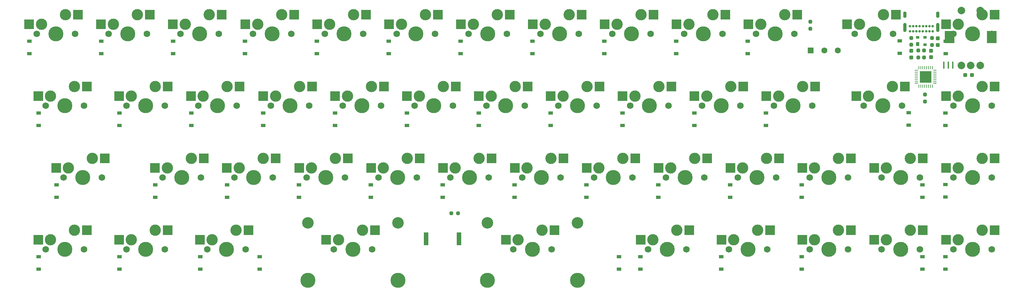
<source format=gbs>
G04 #@! TF.GenerationSoftware,KiCad,Pcbnew,(6.0.1)*
G04 #@! TF.CreationDate,2022-02-08T20:19:43+09:00*
G04 #@! TF.ProjectId,PCB_design_try,5043425f-6465-4736-9967-6e5f7472792e,rev?*
G04 #@! TF.SameCoordinates,Original*
G04 #@! TF.FileFunction,Soldermask,Bot*
G04 #@! TF.FilePolarity,Negative*
%FSLAX46Y46*%
G04 Gerber Fmt 4.6, Leading zero omitted, Abs format (unit mm)*
G04 Created by KiCad (PCBNEW (6.0.1)) date 2022-02-08 20:19:43*
%MOMM*%
%LPD*%
G01*
G04 APERTURE LIST*
G04 Aperture macros list*
%AMRoundRect*
0 Rectangle with rounded corners*
0 $1 Rounding radius*
0 $2 $3 $4 $5 $6 $7 $8 $9 X,Y pos of 4 corners*
0 Add a 4 corners polygon primitive as box body*
4,1,4,$2,$3,$4,$5,$6,$7,$8,$9,$2,$3,0*
0 Add four circle primitives for the rounded corners*
1,1,$1+$1,$2,$3*
1,1,$1+$1,$4,$5*
1,1,$1+$1,$6,$7*
1,1,$1+$1,$8,$9*
0 Add four rect primitives between the rounded corners*
20,1,$1+$1,$2,$3,$4,$5,0*
20,1,$1+$1,$4,$5,$6,$7,0*
20,1,$1+$1,$6,$7,$8,$9,0*
20,1,$1+$1,$8,$9,$2,$3,0*%
G04 Aperture macros list end*
%ADD10C,3.000000*%
%ADD11C,3.987800*%
%ADD12C,1.750000*%
%ADD13R,2.550000X2.500000*%
%ADD14C,3.048000*%
%ADD15R,0.400000X1.900000*%
%ADD16C,0.650000*%
%ADD17O,0.900000X1.700000*%
%ADD18O,0.900000X2.400000*%
%ADD19RoundRect,0.250000X-0.550000X-0.550000X0.550000X-0.550000X0.550000X0.550000X-0.550000X0.550000X0*%
%ADD20C,1.600000*%
%ADD21C,2.000000*%
%ADD22R,2.500000X3.200000*%
%ADD23RoundRect,0.050000X0.350000X-0.500000X0.350000X0.500000X-0.350000X0.500000X-0.350000X-0.500000X0*%
%ADD24RoundRect,0.050000X0.350000X-0.300000X0.350000X0.300000X-0.350000X0.300000X-0.350000X-0.300000X0*%
%ADD25R,1.200000X0.900000*%
%ADD26RoundRect,0.237500X-0.237500X0.250000X-0.237500X-0.250000X0.237500X-0.250000X0.237500X0.250000X0*%
%ADD27RoundRect,0.237500X-0.237500X0.287500X-0.237500X-0.287500X0.237500X-0.287500X0.237500X0.287500X0*%
%ADD28RoundRect,0.237500X0.237500X-0.250000X0.237500X0.250000X-0.237500X0.250000X-0.237500X-0.250000X0*%
%ADD29RoundRect,0.237500X-0.237500X0.300000X-0.237500X-0.300000X0.237500X-0.300000X0.237500X0.300000X0*%
%ADD30RoundRect,0.062500X0.375000X0.062500X-0.375000X0.062500X-0.375000X-0.062500X0.375000X-0.062500X0*%
%ADD31RoundRect,0.062500X0.062500X0.375000X-0.062500X0.375000X-0.062500X-0.375000X0.062500X-0.375000X0*%
%ADD32R,3.100000X3.100000*%
%ADD33RoundRect,0.237500X0.237500X-0.300000X0.237500X0.300000X-0.237500X0.300000X-0.237500X-0.300000X0*%
%ADD34R,1.300000X3.400000*%
%ADD35RoundRect,0.237500X-0.300000X-0.237500X0.300000X-0.237500X0.300000X0.237500X-0.300000X0.237500X0*%
%ADD36RoundRect,0.237500X-0.250000X-0.237500X0.250000X-0.237500X0.250000X0.237500X-0.250000X0.237500X0*%
G04 APERTURE END LIST*
D10*
X112215000Y-78228750D03*
D11*
X109675000Y-83308750D03*
D10*
X105865000Y-80768750D03*
D12*
X104595000Y-83308750D03*
X114755000Y-83308750D03*
D13*
X102590000Y-80768750D03*
X115517000Y-78228750D03*
D14*
X121613000Y-76323750D03*
X97737000Y-76323750D03*
D11*
X121613000Y-91563750D03*
X97737000Y-91563750D03*
D15*
X267483750Y-34473750D03*
X266283750Y-34473750D03*
X268683750Y-34473750D03*
D16*
X257375000Y-25456250D03*
X258225000Y-25456250D03*
X259075000Y-25456250D03*
X259925000Y-25456250D03*
X260775000Y-25456250D03*
X261625000Y-25456250D03*
X262475000Y-25456250D03*
X263325000Y-25456250D03*
X263330000Y-24131250D03*
X262480000Y-24131250D03*
X261630000Y-24131250D03*
X260780000Y-24131250D03*
X259930000Y-24131250D03*
X259080000Y-24131250D03*
X258230000Y-24131250D03*
X257375000Y-24131250D03*
D17*
X264675000Y-21096250D03*
D18*
X264675000Y-24476250D03*
X256025000Y-24476250D03*
D17*
X256025000Y-21096250D03*
D19*
X231026250Y-30553750D03*
D20*
X234626250Y-30553750D03*
X238226250Y-30553750D03*
D10*
X159840000Y-78228750D03*
D11*
X157300000Y-83308750D03*
D10*
X153490000Y-80768750D03*
D12*
X152220000Y-83308750D03*
X162380000Y-83308750D03*
D13*
X150215000Y-80768750D03*
X163142000Y-78228750D03*
D14*
X169238000Y-76323750D03*
X145362000Y-76323750D03*
D11*
X169238000Y-91563750D03*
X145362000Y-91563750D03*
D10*
X147933750Y-21078750D03*
D11*
X145393750Y-26158750D03*
D10*
X141583750Y-23618750D03*
D12*
X140313750Y-26158750D03*
X150473750Y-26158750D03*
D13*
X138308750Y-23618750D03*
X151235750Y-21078750D03*
D21*
X270946250Y-34513750D03*
X273446250Y-34513750D03*
X275946250Y-34513750D03*
D22*
X267846250Y-27013750D03*
X279046250Y-27013750D03*
D21*
X270946250Y-20013750D03*
X275946250Y-20013750D03*
D10*
X257471250Y-78263750D03*
D11*
X254931250Y-83343750D03*
D10*
X251121250Y-80803750D03*
D12*
X249851250Y-83343750D03*
X260011250Y-83343750D03*
D13*
X247846250Y-80803750D03*
X260773250Y-78263750D03*
D10*
X257471250Y-59178750D03*
D11*
X254931250Y-64258750D03*
D10*
X251121250Y-61718750D03*
D12*
X249851250Y-64258750D03*
X260011250Y-64258750D03*
D13*
X247846250Y-61718750D03*
X260773250Y-59178750D03*
X256010750Y-40128750D03*
X243083750Y-42668750D03*
D12*
X255248750Y-45208750D03*
X245088750Y-45208750D03*
D10*
X246358750Y-42668750D03*
D11*
X250168750Y-45208750D03*
D10*
X252708750Y-40128750D03*
X250327500Y-21078750D03*
D11*
X247787500Y-26158750D03*
D10*
X243977500Y-23618750D03*
D12*
X242707500Y-26158750D03*
X252867500Y-26158750D03*
D13*
X240702500Y-23618750D03*
X253629500Y-21078750D03*
D10*
X228896250Y-40128750D03*
D11*
X226356250Y-45208750D03*
D10*
X222546250Y-42668750D03*
D12*
X221276250Y-45208750D03*
X231436250Y-45208750D03*
D13*
X219271250Y-42668750D03*
X232198250Y-40128750D03*
D10*
X216990000Y-78228750D03*
D11*
X214450000Y-83308750D03*
D10*
X210640000Y-80768750D03*
D12*
X209370000Y-83308750D03*
X219530000Y-83308750D03*
D13*
X207365000Y-80768750D03*
X220292000Y-78228750D03*
D10*
X190796250Y-40128750D03*
D11*
X188256250Y-45208750D03*
D10*
X184446250Y-42668750D03*
D12*
X183176250Y-45208750D03*
X193336250Y-45208750D03*
D13*
X181171250Y-42668750D03*
X194098250Y-40128750D03*
D10*
X166983750Y-21078750D03*
D11*
X164443750Y-26158750D03*
D10*
X160633750Y-23618750D03*
D12*
X159363750Y-26158750D03*
X169523750Y-26158750D03*
D13*
X157358750Y-23618750D03*
X170285750Y-21078750D03*
D10*
X109833750Y-21078750D03*
D11*
X107293750Y-26158750D03*
D10*
X103483750Y-23618750D03*
D12*
X102213750Y-26158750D03*
X112373750Y-26158750D03*
D13*
X100208750Y-23618750D03*
X113135750Y-21078750D03*
D10*
X90783750Y-21078750D03*
D11*
X88243750Y-26158750D03*
D10*
X84433750Y-23618750D03*
D12*
X83163750Y-26158750D03*
X93323750Y-26158750D03*
D13*
X81158750Y-23618750D03*
X94085750Y-21078750D03*
D10*
X78740000Y-78263750D03*
D11*
X76200000Y-83343750D03*
D10*
X72390000Y-80803750D03*
D12*
X71120000Y-83343750D03*
X81280000Y-83343750D03*
D13*
X69115000Y-80803750D03*
X82042000Y-78263750D03*
D10*
X52546250Y-21113750D03*
D11*
X50006250Y-26193750D03*
D10*
X46196250Y-23653750D03*
D12*
X44926250Y-26193750D03*
X55086250Y-26193750D03*
D13*
X42921250Y-23653750D03*
X55848250Y-21113750D03*
D23*
X259350000Y-28837500D03*
D24*
X259350000Y-27137500D03*
X261350000Y-27137500D03*
X261350000Y-29037500D03*
D13*
X39179500Y-40163750D03*
X26252500Y-42703750D03*
D10*
X35877500Y-40163750D03*
D12*
X38417500Y-45243750D03*
D11*
X33337500Y-45243750D03*
D10*
X29527500Y-42703750D03*
D12*
X28257500Y-45243750D03*
D13*
X43942000Y-59213750D03*
X31015000Y-61753750D03*
D12*
X43180000Y-64293750D03*
X33020000Y-64293750D03*
D11*
X38100000Y-64293750D03*
D10*
X40640000Y-59213750D03*
X34290000Y-61753750D03*
D13*
X184573250Y-59178750D03*
X171646250Y-61718750D03*
D12*
X183811250Y-64258750D03*
D11*
X178731250Y-64258750D03*
D10*
X181271250Y-59178750D03*
X174921250Y-61718750D03*
D12*
X173651250Y-64258750D03*
D13*
X127423250Y-59178750D03*
X114496250Y-61718750D03*
D10*
X117771250Y-61718750D03*
D12*
X126661250Y-64258750D03*
D10*
X124121250Y-59178750D03*
D11*
X121581250Y-64258750D03*
D12*
X116501250Y-64258750D03*
D13*
X279823250Y-40163750D03*
X266896250Y-42703750D03*
D12*
X279061250Y-45243750D03*
D11*
X273981250Y-45243750D03*
D12*
X268901250Y-45243750D03*
D10*
X276521250Y-40163750D03*
X270171250Y-42703750D03*
D13*
X60610750Y-78263750D03*
X47683750Y-80803750D03*
D10*
X50958750Y-80803750D03*
D11*
X54768750Y-83343750D03*
D10*
X57308750Y-78263750D03*
D12*
X59848750Y-83343750D03*
X49688750Y-83343750D03*
D13*
X39179500Y-78263750D03*
X26252500Y-80803750D03*
D12*
X28257500Y-83343750D03*
D11*
X33337500Y-83343750D03*
D12*
X38417500Y-83343750D03*
D10*
X29527500Y-80803750D03*
X35877500Y-78263750D03*
D13*
X36798250Y-21113750D03*
X23871250Y-23653750D03*
D12*
X36036250Y-26193750D03*
D11*
X30956250Y-26193750D03*
D12*
X25876250Y-26193750D03*
D10*
X33496250Y-21113750D03*
X27146250Y-23653750D03*
D13*
X198860750Y-78228750D03*
X185933750Y-80768750D03*
D10*
X195558750Y-78228750D03*
D11*
X193018750Y-83308750D03*
D10*
X189208750Y-80768750D03*
D12*
X198098750Y-83308750D03*
X187938750Y-83308750D03*
D13*
X279823250Y-59178750D03*
X266896250Y-61718750D03*
D10*
X270171250Y-61718750D03*
D11*
X273981250Y-64258750D03*
D12*
X268901250Y-64258750D03*
X279061250Y-64258750D03*
D10*
X276521250Y-59178750D03*
D13*
X279823250Y-21113750D03*
X266896250Y-23653750D03*
D12*
X268901250Y-26193750D03*
X279061250Y-26193750D03*
D11*
X273981250Y-26193750D03*
D10*
X276521250Y-21113750D03*
X270171250Y-23653750D03*
D13*
X70135750Y-59213750D03*
X57208750Y-61753750D03*
D10*
X60483750Y-61753750D03*
X66833750Y-59213750D03*
D12*
X59213750Y-64293750D03*
D11*
X64293750Y-64293750D03*
D12*
X69373750Y-64293750D03*
D13*
X89185750Y-59213750D03*
X76258750Y-61753750D03*
D10*
X85883750Y-59213750D03*
D11*
X83343750Y-64293750D03*
D12*
X78263750Y-64293750D03*
X88423750Y-64293750D03*
D10*
X79533750Y-61753750D03*
D13*
X241723250Y-78228750D03*
X228796250Y-80768750D03*
D12*
X230801250Y-83308750D03*
D10*
X232071250Y-80768750D03*
D12*
X240961250Y-83308750D03*
D11*
X235881250Y-83308750D03*
D10*
X238421250Y-78228750D03*
D13*
X132185750Y-21078750D03*
X119258750Y-23618750D03*
D10*
X128883750Y-21078750D03*
D12*
X121263750Y-26158750D03*
X131423750Y-26158750D03*
D11*
X126343750Y-26158750D03*
D10*
X122533750Y-23618750D03*
D13*
X98848250Y-40128750D03*
X85921250Y-42668750D03*
D10*
X89196250Y-42668750D03*
D12*
X98086250Y-45208750D03*
D11*
X93006250Y-45208750D03*
D10*
X95546250Y-40128750D03*
D12*
X87926250Y-45208750D03*
D13*
X79660750Y-40163750D03*
X66733750Y-42703750D03*
D12*
X68738750Y-45243750D03*
D10*
X70008750Y-42703750D03*
D12*
X78898750Y-45243750D03*
D11*
X73818750Y-45243750D03*
D10*
X76358750Y-40163750D03*
D13*
X213148250Y-40128750D03*
X200221250Y-42668750D03*
D10*
X203496250Y-42668750D03*
X209846250Y-40128750D03*
D12*
X202226250Y-45208750D03*
D11*
X207306250Y-45208750D03*
D12*
X212386250Y-45208750D03*
D13*
X222673250Y-59178750D03*
X209746250Y-61718750D03*
D10*
X213021250Y-61718750D03*
D12*
X211751250Y-64258750D03*
D10*
X219371250Y-59178750D03*
D12*
X221911250Y-64258750D03*
D11*
X216831250Y-64258750D03*
D13*
X146473250Y-59178750D03*
X133546250Y-61718750D03*
D12*
X145711250Y-64258750D03*
D11*
X140631250Y-64258750D03*
D10*
X136821250Y-61718750D03*
D12*
X135551250Y-64258750D03*
D10*
X143171250Y-59178750D03*
D13*
X189335750Y-21078750D03*
X176408750Y-23618750D03*
D12*
X188573750Y-26158750D03*
X178413750Y-26158750D03*
D11*
X183493750Y-26158750D03*
D10*
X179683750Y-23618750D03*
X186033750Y-21078750D03*
D13*
X208385750Y-21078750D03*
X195458750Y-23618750D03*
D12*
X207623750Y-26158750D03*
D10*
X205083750Y-21078750D03*
D11*
X202543750Y-26158750D03*
D12*
X197463750Y-26158750D03*
D10*
X198733750Y-23618750D03*
X238421250Y-59178750D03*
D12*
X240961250Y-64258750D03*
D11*
X235881250Y-64258750D03*
D12*
X230801250Y-64258750D03*
D10*
X232071250Y-61718750D03*
D13*
X228796250Y-61718750D03*
X241723250Y-59178750D03*
D11*
X273981250Y-83343750D03*
D12*
X279061250Y-83343750D03*
D10*
X276521250Y-78263750D03*
X270171250Y-80803750D03*
D12*
X268901250Y-83343750D03*
D13*
X266896250Y-80803750D03*
X279823250Y-78263750D03*
X60610750Y-40163750D03*
X47683750Y-42703750D03*
D10*
X50958750Y-42703750D03*
D12*
X49688750Y-45243750D03*
X59848750Y-45243750D03*
D10*
X57308750Y-40163750D03*
D11*
X54768750Y-45243750D03*
D13*
X227435750Y-21078750D03*
X214508750Y-23618750D03*
D12*
X226673750Y-26158750D03*
D10*
X217783750Y-23618750D03*
X224133750Y-21078750D03*
D11*
X221593750Y-26158750D03*
D12*
X216513750Y-26158750D03*
D13*
X155998250Y-40128750D03*
X143071250Y-42668750D03*
D12*
X145076250Y-45208750D03*
D10*
X152696250Y-40128750D03*
D12*
X155236250Y-45208750D03*
D11*
X150156250Y-45208750D03*
D10*
X146346250Y-42668750D03*
D13*
X136948250Y-40128750D03*
X124021250Y-42668750D03*
D10*
X127296250Y-42668750D03*
D12*
X126026250Y-45208750D03*
D11*
X131106250Y-45208750D03*
D12*
X136186250Y-45208750D03*
D10*
X133646250Y-40128750D03*
D13*
X203623250Y-59178750D03*
X190696250Y-61718750D03*
D11*
X197781250Y-64258750D03*
D12*
X192701250Y-64258750D03*
X202861250Y-64258750D03*
D10*
X193971250Y-61718750D03*
X200321250Y-59178750D03*
D13*
X175048250Y-40128750D03*
X162121250Y-42668750D03*
D12*
X164126250Y-45208750D03*
D11*
X169206250Y-45208750D03*
D10*
X171746250Y-40128750D03*
X165396250Y-42668750D03*
D12*
X174286250Y-45208750D03*
D13*
X74898250Y-21113750D03*
X61971250Y-23653750D03*
D12*
X74136250Y-26193750D03*
D10*
X65246250Y-23653750D03*
D11*
X69056250Y-26193750D03*
D10*
X71596250Y-21113750D03*
D12*
X63976250Y-26193750D03*
D13*
X108373250Y-59178750D03*
X95446250Y-61718750D03*
D10*
X105071250Y-59178750D03*
X98721250Y-61718750D03*
D12*
X107611250Y-64258750D03*
X97451250Y-64258750D03*
D11*
X102531250Y-64258750D03*
D13*
X117898250Y-40128750D03*
X104971250Y-42668750D03*
D10*
X108246250Y-42668750D03*
D11*
X112056250Y-45208750D03*
D12*
X117136250Y-45208750D03*
D10*
X114596250Y-40128750D03*
D12*
X106976250Y-45208750D03*
D13*
X165523250Y-59178750D03*
X152596250Y-61718750D03*
D11*
X159681250Y-64258750D03*
D10*
X155871250Y-61718750D03*
X162221250Y-59178750D03*
D12*
X154601250Y-64258750D03*
X164761250Y-64258750D03*
D25*
X180181250Y-88580000D03*
X180181250Y-85280000D03*
X31100000Y-69530000D03*
X31100000Y-66230000D03*
X26337500Y-85280000D03*
X26337500Y-88580000D03*
X266763500Y-69436250D03*
X266763500Y-66136250D03*
X123968750Y-47180000D03*
X123968750Y-50480000D03*
X228663500Y-66230000D03*
X228663500Y-69530000D03*
X214344250Y-28130000D03*
X214344250Y-31430000D03*
X176356250Y-28130000D03*
X176356250Y-31430000D03*
X228663500Y-85280000D03*
X228663500Y-88580000D03*
D26*
X263221250Y-27286250D03*
X263221250Y-29111250D03*
D25*
X84931250Y-85280000D03*
X84931250Y-88580000D03*
D26*
X261316250Y-44116250D03*
X261316250Y-42291250D03*
D25*
X209693750Y-66230000D03*
X209693750Y-69530000D03*
X66818750Y-50480000D03*
X66818750Y-47180000D03*
D26*
X259561250Y-32421250D03*
X259561250Y-30596250D03*
D25*
X47768750Y-85280000D03*
X47768750Y-88580000D03*
X95393750Y-66230000D03*
X95393750Y-69530000D03*
X260635750Y-88580000D03*
X260635750Y-85280000D03*
D27*
X264741250Y-27343750D03*
X264741250Y-29093750D03*
D25*
X69200000Y-88580000D03*
X69200000Y-85280000D03*
X157306250Y-28130000D03*
X157306250Y-31430000D03*
X171593750Y-66230000D03*
X171593750Y-69530000D03*
D28*
X230936250Y-24786250D03*
X230936250Y-22961250D03*
D25*
X260635750Y-66198750D03*
X260635750Y-69498750D03*
X195406250Y-31430000D03*
X195406250Y-28130000D03*
X207312500Y-85280000D03*
X207312500Y-88580000D03*
X254631250Y-31368750D03*
X254631250Y-28068750D03*
X200168750Y-47180000D03*
X200168750Y-50480000D03*
D29*
X262926250Y-30641250D03*
X262926250Y-32366250D03*
D25*
X23956250Y-31430000D03*
X23956250Y-28130000D03*
X114443750Y-69530000D03*
X114443750Y-66230000D03*
X100156250Y-28130000D03*
X100156250Y-31430000D03*
X57293750Y-66230000D03*
X57293750Y-69530000D03*
X219138500Y-47180000D03*
X219138500Y-50480000D03*
X76343750Y-66230000D03*
X76343750Y-69530000D03*
X119206250Y-28130000D03*
X119206250Y-31430000D03*
X43006250Y-28130000D03*
X43006250Y-31430000D03*
X138256250Y-28130000D03*
X138256250Y-31430000D03*
X185881250Y-88580000D03*
X185881250Y-85280000D03*
X257051250Y-50408750D03*
X257051250Y-47108750D03*
D26*
X257681250Y-27226250D03*
X257681250Y-29051250D03*
D25*
X26337500Y-50480000D03*
X26337500Y-47180000D03*
X47768750Y-50480000D03*
X47768750Y-47180000D03*
D30*
X263948750Y-35828750D03*
X263948750Y-36328750D03*
X263948750Y-36828750D03*
X263948750Y-37328750D03*
X263948750Y-37828750D03*
X263948750Y-38328750D03*
X263948750Y-38828750D03*
X263948750Y-39328750D03*
D31*
X263261250Y-40016250D03*
X262761250Y-40016250D03*
X262261250Y-40016250D03*
X261761250Y-40016250D03*
X261261250Y-40016250D03*
X260761250Y-40016250D03*
X260261250Y-40016250D03*
X259761250Y-40016250D03*
D30*
X259073750Y-39328750D03*
X259073750Y-38828750D03*
X259073750Y-38328750D03*
X259073750Y-37828750D03*
X259073750Y-37328750D03*
X259073750Y-36828750D03*
X259073750Y-36328750D03*
X259073750Y-35828750D03*
D31*
X259761250Y-35141250D03*
X260261250Y-35141250D03*
X260761250Y-35141250D03*
X261261250Y-35141250D03*
X261761250Y-35141250D03*
X262261250Y-35141250D03*
X262761250Y-35141250D03*
X263261250Y-35141250D03*
D32*
X261511250Y-37578750D03*
D25*
X266843750Y-31430000D03*
X266843750Y-28130000D03*
X190643750Y-66230000D03*
X190643750Y-69530000D03*
X143018750Y-50480000D03*
X143018750Y-47180000D03*
D33*
X257666250Y-32416250D03*
X257666250Y-30691250D03*
D25*
X152543750Y-66230000D03*
X152543750Y-69530000D03*
D34*
X129105000Y-80487500D03*
X137805000Y-80487500D03*
D25*
X85868750Y-50480000D03*
X85868750Y-47180000D03*
X104918750Y-47180000D03*
X104918750Y-50480000D03*
D26*
X261081250Y-30566250D03*
X261081250Y-32391250D03*
D25*
X266731750Y-50480000D03*
X266731750Y-47180000D03*
X181118750Y-47180000D03*
X181118750Y-50480000D03*
D35*
X273758750Y-37113750D03*
X272033750Y-37113750D03*
D25*
X133493750Y-69530000D03*
X133493750Y-66230000D03*
X81106250Y-31430000D03*
X81106250Y-28130000D03*
D36*
X135750000Y-73783750D03*
X137575000Y-73783750D03*
D25*
X62056250Y-31430000D03*
X62056250Y-28130000D03*
X266731750Y-88580000D03*
X266731750Y-85280000D03*
X162068750Y-47180000D03*
X162068750Y-50480000D03*
M02*

</source>
